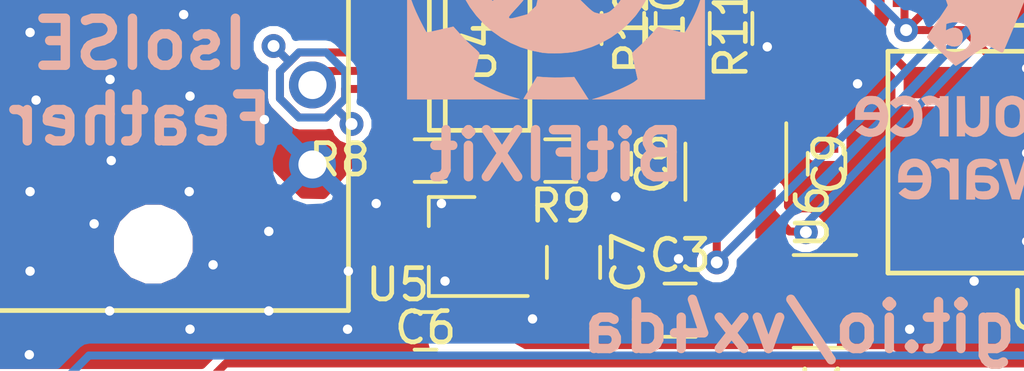
<source format=kicad_pcb>
(kicad_pcb (version 4) (host pcbnew 4.0.7+dfsg1-1~bpo8+1)
  (title_block (title "Isolon Reworked") (date 2018-03-04) (rev 0.3) (company BITFixIT))
  (layers (0 F.Cu signal hide) (31 B.Cu signal hide) (34 B.Paste user) (35 F.Paste user) (36 B.SilkS user) (37 F.SilkS user hide) (38 B.Mask user) (39 F.Mask user hide) (44 Edge.Cuts user))
  (net 0 "")
  (net 1 GND)
  (net 2 VCC)
  (net 3 Earth)
  (net 4 VDD)
  (net 5 VEE)
  (net 6 "Net-(C5-Pad1)")
  (net 7 "Net-(C5-Pad2)")
  (net 8 "Net-(C7-Pad1)")
  (net 9 "Net-(C8-Pad2)")
  (net 10 "Net-(L1-Pad1)")
  (net 11 "Net-(L2-Pad1)")
  (net 12 /SCL)
  (net 13 /SDA)
  (net 14 "Net-(J2-Pad1)")
  (net 15 "Net-(R5-Pad2)")
  (net 16 "Net-(R6-Pad2)")
  (net 17 "Net-(R10-Pad2)")
  (net 18 "Net-(R9-Pad1)")
  (net 19 "Net-(R10-Pad1)")
  (net 20 /21)
  (net 21 /~RESET)
  (net 22 /AREF)
  (net 23 /12)
  (net 24 /VBAT)
  (net 25 /EN)
  (net 26 /VUSB)
  (net 27 /13)
  (net 28 /27)
  (net 29 /33)
  (net 30 /15)
  (net 31 /32)
  (net 32 /14)
  (net 33 /A0)
  (net 34 /A1)
  (net 35 /A2)
  (net 36 /A3)
  (net 37 /A4)
  (net 38 /A5)
  (net 39 /SCK)
  (net 40 /MOSI)
  (net 41 /MISO)
  (net 42 /RX)
  (net 43 /TX)
  (module Symbols:Symbol_KiCAD-Logo_CopperAndSilkScreenTop (layer B.Cu) (at 127.1778 105.4989 90)
    (fp_text reference REF*** hide)
    (fp_text value KiCad-Logo2_6mm_SilkScreen hide)
  )
  (module kicad-library:Via_0.6mm (layer F.Cu) (at 133.0833 109.9185)
    (fp_text reference REF** hide)
    (fp_text value Via_0.6mm hide)
    (pad 1 thru_hole circle (at 0 0) (size 0.6 0.6) (drill 0.3) (layers *.Cu) (net 3 Earth))
  )
  (module kicad-library:Via_0.6mm (layer F.Cu) (at 136.1186 108.8898)
    (fp_text reference REF** hide)
    (fp_text value Via_0.6mm hide)
    (pad 1 thru_hole circle (at 0 0) (size 0.6 0.6) (drill 0.3) (layers *.Cu) (net 3 Earth))
  )
  (module kicad-library:Via_0.6mm (layer F.Cu) (at 138.6586 110.1598)
    (fp_text reference REF** hide)
    (fp_text value Via_0.6mm hide)
    (pad 1 thru_hole circle (at 0 0) (size 0.6 0.6) (drill 0.3) (layers *.Cu) (net 3 Earth))
  )
  (module wq-boardv2:bitfixitlogoflipped (layer F.Cu) (at 147.828 101.1936)
    (fp_text reference G*** hide)
    (fp_text value LOGO hide)
  )
  (module kicad-library:Via_0.6mm (layer F.Cu) (at 147.0787 112.9538)
    (fp_text reference REF** hide)
    (fp_text value Via_0.6mm hide)
    (pad 1 thru_hole circle (at 0 0) (size 0.6 0.6) (drill 0.3) (layers *.Cu) (net 3 Earth))
  )
  (module kicad-library:Via_0.6mm (layer F.Cu) (at 149.733 109.0549)
    (fp_text reference REF** hide)
    (fp_text value Via_0.6mm hide)
    (pad 1 thru_hole circle (at 0 0) (size 0.6 0.6) (drill 0.3) (layers *.Cu) (net 3 Earth))
  )
  (module kicad-library:Via_0.6mm (layer F.Cu) (at 160.8455 96.8248)
    (fp_text reference REF** hide)
    (fp_text value Via_0.6mm hide)
    (pad 1 thru_hole circle (at 0 0) (size 0.6 0.6) (drill 0.3) (layers *.Cu) (net 3 Earth))
  )
  (module kicad-library:Via_0.6mm (layer F.Cu) (at 163.4363 98.7044)
    (fp_text reference REF** hide)
    (fp_text value Via_0.6mm hide)
    (pad 1 thru_hole circle (at 0 0) (size 0.6 0.6) (drill 0.3) (layers *.Cu) (net 3 Earth))
  )
  (module kicad-library:Via_0.6mm (layer F.Cu) (at 162.8521 104.9528)
    (fp_text reference REF** hide)
    (fp_text value Via_0.6mm hide)
    (pad 1 thru_hole circle (at 0 0) (size 0.6 0.6) (drill 0.3) (layers *.Cu) (net 3 Earth))
  )
  (module kicad-library:Via_0.6mm (layer F.Cu) (at 162.8521 107.6579)
    (fp_text reference REF** hide)
    (fp_text value Via_0.6mm hide)
    (pad 1 thru_hole circle (at 0 0) (size 0.6 0.6) (drill 0.3) (layers *.Cu) (net 3 Earth))
  )
  (module kicad-library:Via_0.6mm (layer F.Cu) (at 162.8521 110.4773)
    (fp_text reference REF** hide)
    (fp_text value Via_0.6mm hide)
    (pad 1 thru_hole circle (at 0 0) (size 0.6 0.6) (drill 0.3) (layers *.Cu) (net 3 Earth))
  )
  (module kicad-library:Via_0.6mm (layer F.Cu) (at 163.3982 113.2586)
    (fp_text reference REF** hide)
    (fp_text value Via_0.6mm hide)
    (pad 1 thru_hole circle (at 0 0) (size 0.6 0.6) (drill 0.3) (layers *.Cu) (net 3 Earth))
  )
  (module kicad-library:Via_0.6mm (layer F.Cu) (at 161.1757 111.7473)
    (fp_text reference REF** hide)
    (fp_text value Via_0.6mm hide)
    (pad 1 thru_hole circle (at 0 0) (size 0.6 0.6) (drill 0.3) (layers *.Cu) (net 3 Earth))
  )
  (module kicad-library:Via_0.6mm (layer F.Cu) (at 159.1183 113.284)
    (fp_text reference REF** hide)
    (fp_text value Via_0.6mm hide)
    (pad 1 thru_hole circle (at 0 0) (size 0.6 0.6) (drill 0.3) (layers *.Cu) (net 3 Earth))
  )
  (module kicad-library:Via_0.6mm (layer F.Cu) (at 157.4546 105.4481)
    (fp_text reference REF** hide)
    (fp_text value Via_0.6mm hide)
    (pad 1 thru_hole circle (at 0 0) (size 0.6 0.6) (drill 0.3) (layers *.Cu) (net 3 Earth))
  )
  (module kicad-library:Via_0.6mm (layer F.Cu) (at 154.5717 104.267)
    (fp_text reference REF** hide)
    (fp_text value Via_0.6mm hide)
    (pad 1 thru_hole circle (at 0 0) (size 0.6 0.6) (drill 0.3) (layers *.Cu) (net 3 Earth))
  )
  (module kicad-library:Via_0.6mm (layer F.Cu) (at 151.7396 111.0361)
    (fp_text reference REF** hide)
    (fp_text value Via_0.6mm hide)
    (pad 1 thru_hole circle (at 0 0) (size 0.6 0.6) (drill 0.3) (layers *.Cu) (net 3 Earth))
  )
  (module kicad-library:Via_0.6mm (layer F.Cu) (at 144.2847 111.7473)
    (fp_text reference REF** hide)
    (fp_text value Via_0.6mm hide)
    (pad 1 thru_hole circle (at 0 0) (size 0.6 0.6) (drill 0.3) (layers *.Cu) (net 3 Earth))
  )
  (module kicad-library:Via_0.6mm (layer F.Cu) (at 144.1704 109.2708)
    (fp_text reference REF** hide)
    (fp_text value Via_0.6mm hide)
    (pad 1 thru_hole circle (at 0 0) (size 0.6 0.6) (drill 0.3) (layers *.Cu) (net 3 Earth))
  )
  (module kicad-library:Via_0.6mm (layer F.Cu) (at 142.0876 109.2708)
    (fp_text reference REF** hide)
    (fp_text value Via_0.6mm hide)
    (pad 1 thru_hole circle (at 0 0) (size 0.6 0.6) (drill 0.3) (layers *.Cu) (net 3 Earth))
  )
  (module kicad-library:Via_0.6mm (layer F.Cu) (at 141.1732 113.284)
    (fp_text reference REF** hide)
    (fp_text value Via_0.6mm hide)
    (pad 1 thru_hole circle (at 0 0) (size 0.6 0.6) (drill 0.3) (layers *.Cu) (net 3 Earth))
  )
  (module kicad-library:Via_0.6mm (layer F.Cu) (at 138.6586 112.6998)
    (fp_text reference REF** hide)
    (fp_text value Via_0.6mm hide)
    (pad 1 thru_hole circle (at 0 0) (size 0.6 0.6) (drill 0.3) (layers *.Cu) (net 3 Earth))
  )
  (module kicad-library:Via_0.6mm (layer F.Cu) (at 136.144 113.284)
    (fp_text reference REF** hide)
    (fp_text value Via_0.6mm hide)
    (pad 1 thru_hole circle (at 0 0) (size 0.6 0.6) (drill 0.3) (layers *.Cu) (net 3 Earth))
  )
  (module kicad-library:Via_0.6mm (layer F.Cu) (at 133.5786 112.6998)
    (fp_text reference REF** hide)
    (fp_text value Via_0.6mm hide)
    (pad 1 thru_hole circle (at 0 0) (size 0.6 0.6) (drill 0.3) (layers *.Cu) (net 3 Earth))
  )
  (module kicad-library:Via_0.6mm (layer F.Cu) (at 131.0132 114.0968)
    (fp_text reference REF** hide)
    (fp_text value Via_0.6mm hide)
    (pad 1 thru_hole circle (at 0 0) (size 0.6 0.6) (drill 0.3) (layers *.Cu) (net 3 Earth))
  )
  (module kicad-library:Via_0.6mm (layer F.Cu) (at 127.5588 114.0968)
    (fp_text reference REF** hide)
    (fp_text value Via_0.6mm hide)
    (pad 1 thru_hole circle (at 0 0) (size 0.6 0.6) (drill 0.3) (layers *.Cu) (net 3 Earth))
  )
  (module kicad-library:Via_0.6mm (layer F.Cu) (at 141.1986 111.4298)
    (fp_text reference REF** hide)
    (fp_text value Via_0.6mm hide)
    (pad 1 thru_hole circle (at 0 0) (size 0.6 0.6) (drill 0.3) (layers *.Cu) (net 3 Earth))
  )
  (module kicad-library:Via_0.6mm (layer F.Cu) (at 136.8806 111.2266)
    (fp_text reference REF** hide)
    (fp_text value Via_0.6mm hide)
    (pad 1 thru_hole circle (at 0 0) (size 0.6 0.6) (drill 0.3) (layers *.Cu) (net 3 Earth))
  )
  (module kicad-library:Via_0.6mm (layer F.Cu) (at 131.0386 111.4298)
    (fp_text reference REF** hide)
    (fp_text value Via_0.6mm hide)
    (pad 1 thru_hole circle (at 0 0) (size 0.6 0.6) (drill 0.3) (layers *.Cu) (net 3 Earth))
  )
  (module kicad-library:Via_0.6mm (layer F.Cu) (at 128.4986 110.1598)
    (fp_text reference REF** hide)
    (fp_text value Via_0.6mm hide)
    (pad 1 thru_hole circle (at 0 0) (size 0.6 0.6) (drill 0.3) (layers *.Cu) (net 3 Earth))
  )
  (module kicad-library:Via_0.6mm (layer F.Cu) (at 125.9586 111.4298)
    (fp_text reference REF** hide)
    (fp_text value Via_0.6mm hide)
    (pad 1 thru_hole circle (at 0 0) (size 0.6 0.6) (drill 0.3) (layers *.Cu) (net 3 Earth))
  )
  (module kicad-library:Via_0.6mm (layer F.Cu) (at 123.4186 110.1598)
    (fp_text reference REF** hide)
    (fp_text value Via_0.6mm hide)
    (pad 1 thru_hole circle (at 0 0) (size 0.6 0.6) (drill 0.3) (layers *.Cu) (net 3 Earth))
  )
  (module kicad-library:Via_0.6mm (layer F.Cu) (at 138.5189 106.5911)
    (fp_text reference REF** hide)
    (fp_text value Via_0.6mm hide)
    (pad 1 thru_hole circle (at 0 0) (size 0.6 0.6) (drill 0.3) (layers *.Cu) (net 3 Earth))
  )
  (module kicad-library:Via_0.6mm (layer F.Cu) (at 133.6294 107.8992)
    (fp_text reference REF** hide)
    (fp_text value Via_0.6mm hide)
    (pad 1 thru_hole circle (at 0 0) (size 0.6 0.6) (drill 0.3) (layers *.Cu) (net 3 Earth))
  )
  (module kicad-library:Via_0.6mm (layer F.Cu) (at 131.0386 108.8898)
    (fp_text reference REF** hide)
    (fp_text value Via_0.6mm hide)
    (pad 1 thru_hole circle (at 0 0) (size 0.6 0.6) (drill 0.3) (layers *.Cu) (net 3 Earth))
  )
  (module kicad-library:Via_0.6mm (layer F.Cu) (at 128.4986 107.6198)
    (fp_text reference REF** hide)
    (fp_text value Via_0.6mm hide)
    (pad 1 thru_hole circle (at 0 0) (size 0.6 0.6) (drill 0.3) (layers *.Cu) (net 3 Earth))
  )
  (module kicad-library:Via_0.6mm (layer F.Cu) (at 125.9586 108.8898)
    (fp_text reference REF** hide)
    (fp_text value Via_0.6mm hide)
    (pad 1 thru_hole circle (at 0 0) (size 0.6 0.6) (drill 0.3) (layers *.Cu) (net 3 Earth))
  )
  (module kicad-library:Via_0.6mm (layer F.Cu) (at 123.4186 107.6198)
    (fp_text reference REF** hide)
    (fp_text value Via_0.6mm hide)
    (pad 1 thru_hole circle (at 0 0) (size 0.6 0.6) (drill 0.3) (layers *.Cu) (net 3 Earth))
  )
  (module kicad-library:Via_0.6mm (layer F.Cu) (at 136.144 105.8418)
    (fp_text reference REF** hide)
    (fp_text value Via_0.6mm hide)
    (pad 1 thru_hole circle (at 0 0) (size 0.6 0.6) (drill 0.3) (layers *.Cu) (net 3 Earth))
  )
  (module kicad-library:Via_0.6mm (layer F.Cu) (at 133.5913 105.3084)
    (fp_text reference REF** hide)
    (fp_text value Via_0.6mm hide)
    (pad 1 thru_hole circle (at 0 0) (size 0.6 0.6) (drill 0.3) (layers *.Cu) (net 3 Earth))
  )
  (module kicad-library:Via_0.6mm (layer F.Cu) (at 131.2291 105.9688)
    (fp_text reference REF** hide)
    (fp_text value Via_0.6mm hide)
    (pad 1 thru_hole circle (at 0 0) (size 0.6 0.6) (drill 0.3) (layers *.Cu) (net 3 Earth))
  )
  (module kicad-library:Via_0.6mm (layer F.Cu) (at 128.4986 105.0798)
    (fp_text reference REF** hide)
    (fp_text value Via_0.6mm hide)
    (pad 1 thru_hole circle (at 0 0) (size 0.6 0.6) (drill 0.3) (layers *.Cu) (net 3 Earth))
  )
  (module kicad-library:Via_0.6mm (layer F.Cu) (at 125.9586 106.3498)
    (fp_text reference REF** hide)
    (fp_text value Via_0.6mm hide)
    (pad 1 thru_hole circle (at 0 0) (size 0.6 0.6) (drill 0.3) (layers *.Cu) (net 3 Earth))
  )
  (module kicad-library:Via_0.6mm (layer F.Cu) (at 123.4186 105.0798)
    (fp_text reference REF** hide)
    (fp_text value Via_0.6mm hide)
    (pad 1 thru_hole circle (at 0 0) (size 0.6 0.6) (drill 0.3) (layers *.Cu) (net 3 Earth))
  )
  (module kicad-library:Via_0.6mm (layer F.Cu) (at 138.2522 101.8794)
    (fp_text reference REF** hide)
    (fp_text value Via_0.6mm hide)
    (pad 1 thru_hole circle (at 0 0) (size 0.6 0.6) (drill 0.3) (layers *.Cu) (net 3 Earth))
  )
  (module kicad-library:Via_0.6mm (layer F.Cu) (at 135.9408 103.2383)
    (fp_text reference REF** hide)
    (fp_text value Via_0.6mm hide)
    (pad 1 thru_hole circle (at 0 0) (size 0.6 0.6) (drill 0.3) (layers *.Cu) (net 3 Earth))
  )
  (module kicad-library:Via_0.6mm (layer F.Cu) (at 133.5786 102.5398)
    (fp_text reference REF** hide)
    (fp_text value Via_0.6mm hide)
    (pad 1 thru_hole circle (at 0 0) (size 0.6 0.6) (drill 0.3) (layers *.Cu) (net 3 Earth))
  )
  (module kicad-library:Via_0.6mm (layer F.Cu) (at 131.0386 103.8098)
    (fp_text reference REF** hide)
    (fp_text value Via_0.6mm hide)
    (pad 1 thru_hole circle (at 0 0) (size 0.6 0.6) (drill 0.3) (layers *.Cu) (net 3 Earth))
  )
  (module kicad-library:Via_0.6mm (layer F.Cu) (at 128.4986 102.5398)
    (fp_text reference REF** hide)
    (fp_text value Via_0.6mm hide)
    (pad 1 thru_hole circle (at 0 0) (size 0.6 0.6) (drill 0.3) (layers *.Cu) (net 3 Earth))
  )
  (module kicad-library:Via_0.6mm (layer F.Cu) (at 125.9586 103.8098)
    (fp_text reference REF** hide)
    (fp_text value Via_0.6mm hide)
    (pad 1 thru_hole circle (at 0 0) (size 0.6 0.6) (drill 0.3) (layers *.Cu) (net 3 Earth))
  )
  (module kicad-library:Via_0.6mm (layer F.Cu) (at 123.4186 102.5398)
    (fp_text reference REF** hide)
    (fp_text value Via_0.6mm hide)
    (pad 1 thru_hole circle (at 0 0) (size 0.6 0.6) (drill 0.3) (layers *.Cu) (net 3 Earth))
  )
  (module kicad-library:Via_0.6mm (layer F.Cu) (at 142.1892 101.473)
    (fp_text reference REF** hide)
    (fp_text value Via_0.6mm hide)
    (pad 1 thru_hole circle (at 0 0) (size 0.6 0.6) (drill 0.3) (layers *.Cu) (net 3 Earth))
  )
  (module kicad-library:Via_0.6mm (layer F.Cu) (at 138.6586 99.9998)
    (fp_text reference REF** hide)
    (fp_text value Via_0.6mm hide)
    (pad 1 thru_hole circle (at 0 0) (size 0.6 0.6) (drill 0.3) (layers *.Cu) (net 3 Earth))
  )
  (module kicad-library:Via_0.6mm (layer F.Cu) (at 136.5377 101.5619)
    (fp_text reference REF** hide)
    (fp_text value Via_0.6mm hide)
    (pad 1 thru_hole circle (at 0 0) (size 0.6 0.6) (drill 0.3) (layers *.Cu) (net 3 Earth))
  )
  (module kicad-library:Via_0.6mm (layer F.Cu) (at 133.0198 99.7204)
    (fp_text reference REF** hide)
    (fp_text value Via_0.6mm hide)
    (pad 1 thru_hole circle (at 0 0) (size 0.6 0.6) (drill 0.3) (layers *.Cu) (net 3 Earth))
  )
  (module kicad-library:Via_0.6mm (layer F.Cu) (at 131.0386 101.2698)
    (fp_text reference REF** hide)
    (fp_text value Via_0.6mm hide)
    (pad 1 thru_hole circle (at 0 0) (size 0.6 0.6) (drill 0.3) (layers *.Cu) (net 3 Earth))
  )
  (module kicad-library:Via_0.6mm (layer F.Cu) (at 128.4986 99.9998)
    (fp_text reference REF** hide)
    (fp_text value Via_0.6mm hide)
    (pad 1 thru_hole circle (at 0 0) (size 0.6 0.6) (drill 0.3) (layers *.Cu) (net 3 Earth))
  )
  (module kicad-library:Via_0.6mm (layer F.Cu) (at 125.9586 101.2698)
    (fp_text reference REF** hide)
    (fp_text value Via_0.6mm hide)
    (pad 1 thru_hole circle (at 0 0) (size 0.6 0.6) (drill 0.3) (layers *.Cu) (net 3 Earth))
  )
  (module kicad-library:Via_0.6mm (layer F.Cu) (at 123.4186 99.9998)
    (fp_text reference REF** hide)
    (fp_text value Via_0.6mm hide)
    (pad 1 thru_hole circle (at 0 0) (size 0.6 0.6) (drill 0.3) (layers *.Cu) (net 3 Earth))
  )
  (module kicad-library:Via_0.6mm (layer F.Cu) (at 141.1986 98.7298)
    (fp_text reference REF** hide)
    (fp_text value Via_0.6mm hide)
    (pad 1 thru_hole circle (at 0 0) (size 0.6 0.6) (drill 0.3) (layers *.Cu) (net 3 Earth))
  )
  (module kicad-library:Via_0.6mm (layer F.Cu) (at 138.6586 97.4598)
    (fp_text reference REF** hide)
    (fp_text value Via_0.6mm hide)
    (pad 1 thru_hole circle (at 0 0) (size 0.6 0.6) (drill 0.3) (layers *.Cu) (net 3 Earth))
  )
  (module kicad-library:Via_0.6mm (layer F.Cu) (at 136.1186 98.7298)
    (fp_text reference REF** hide)
    (fp_text value Via_0.6mm hide)
    (pad 1 thru_hole circle (at 0 0) (size 0.6 0.6) (drill 0.3) (layers *.Cu) (net 3 Earth))
  )
  (module kicad-library:Via_0.6mm (layer F.Cu) (at 133.5786 97.4598)
    (fp_text reference REF** hide)
    (fp_text value Via_0.6mm hide)
    (pad 1 thru_hole circle (at 0 0) (size 0.6 0.6) (drill 0.3) (layers *.Cu) (net 3 Earth))
  )
  (module kicad-library:Via_0.6mm (layer F.Cu) (at 131.0386 98.7298)
    (fp_text reference REF** hide)
    (fp_text value Via_0.6mm hide)
    (pad 1 thru_hole circle (at 0 0) (size 0.6 0.6) (drill 0.3) (layers *.Cu) (net 3 Earth))
  )
  (module kicad-library:Via_0.6mm (layer F.Cu) (at 128.4986 97.4598)
    (fp_text reference REF** hide)
    (fp_text value Via_0.6mm hide)
    (pad 1 thru_hole circle (at 0 0) (size 0.6 0.6) (drill 0.3) (layers *.Cu) (net 3 Earth))
  )
  (module kicad-library:Via_0.6mm (layer F.Cu) (at 125.9586 99.0727)
    (fp_text reference REF** hide)
    (fp_text value Via_0.6mm hide)
    (pad 1 thru_hole circle (at 0 0) (size 0.6 0.6) (drill 0.3) (layers *.Cu) (net 3 Earth))
  )
  (module kicad-library:Via_0.6mm (layer F.Cu) (at 142.9766 96.8248)
    (fp_text reference REF** hide)
    (fp_text value Via_0.6mm hide)
    (pad 1 thru_hole circle (at 0 0) (size 0.6 0.6) (drill 0.3) (layers *.Cu) (net 3 Earth))
  )
  (module kicad-library:Via_0.6mm (layer F.Cu) (at 136.1186 96.1898)
    (fp_text reference REF** hide)
    (fp_text value Via_0.6mm hide)
    (pad 1 thru_hole circle (at 0 0) (size 0.6 0.6) (drill 0.3) (layers *.Cu) (net 3 Earth))
  )
  (module kicad-library:Via_0.6mm (layer F.Cu) (at 133.5786 94.9198)
    (fp_text reference REF** hide)
    (fp_text value Via_0.6mm hide)
    (pad 1 thru_hole circle (at 0 0) (size 0.6 0.6) (drill 0.3) (layers *.Cu) (net 3 Earth))
  )
  (module kicad-library:Via_0.6mm (layer F.Cu) (at 130.9751 96.6724)
    (fp_text reference REF** hide)
    (fp_text value Via_0.6mm hide)
    (pad 1 thru_hole circle (at 0 0) (size 0.6 0.6) (drill 0.3) (layers *.Cu) (net 3 Earth))
  )
  (module kicad-library:Via_0.6mm (layer F.Cu) (at 128.4986 94.9198)
    (fp_text reference REF** hide)
    (fp_text value Via_0.6mm hide)
    (pad 1 thru_hole circle (at 0 0) (size 0.6 0.6) (drill 0.3) (layers *.Cu) (net 3 Earth))
  )
  (module kicad-library:Via_0.6mm (layer F.Cu) (at 172.4406 111.8616)
    (fp_text reference REF** hide)
    (fp_text value Via_0.6mm hide)
    (pad 1 thru_hole circle (at 0 0) (size 0.6 0.6) (drill 0.3) (layers *.Cu) (net 1 GND))
  )
  (module kicad-library:Via_0.6mm (layer F.Cu) (at 172.4533 109.5629)
    (fp_text reference REF** hide)
    (fp_text value Via_0.6mm hide)
    (pad 1 thru_hole circle (at 0 0) (size 0.6 0.6) (drill 0.3) (layers *.Cu) (net 1 GND))
  )
  (module kicad-library:Via_0.6mm (layer F.Cu) (at 172.4406 107.0229)
    (fp_text reference REF** hide)
    (fp_text value Via_0.6mm hide)
    (pad 1 thru_hole circle (at 0 0) (size 0.6 0.6) (drill 0.3) (layers *.Cu) (net 1 GND))
  )
  (module kicad-library:Via_0.6mm (layer F.Cu) (at 172.4406 104.1781)
    (fp_text reference REF** hide)
    (fp_text value Via_0.6mm hide)
    (pad 1 thru_hole circle (at 0 0) (size 0.6 0.6) (drill 0.3) (layers *.Cu) (net 1 GND))
  )
  (module kicad-library:Via_0.6mm (layer F.Cu) (at 166.9796 114.0968)
    (fp_text reference REF** hide)
    (fp_text value Via_0.6mm hide)
    (pad 1 thru_hole circle (at 0 0) (size 0.6 0.6) (drill 0.3) (layers *.Cu) (net 1 GND))
  )
  (module kicad-library:Via_0.6mm (layer F.Cu) (at 164.7571 113.2205)
    (fp_text reference REF** hide)
    (fp_text value Via_0.6mm hide)
    (pad 1 thru_hole circle (at 0 0) (size 0.6 0.6) (drill 0.3) (layers *.Cu) (net 1 GND))
  )
  (module kicad-library:Via_0.6mm (layer F.Cu) (at 169.0878 111.887)
    (fp_text reference REF** hide)
    (fp_text value Via_0.6mm hide)
    (pad 1 thru_hole circle (at 0 0) (size 0.6 0.6) (drill 0.3) (layers *.Cu) (net 1 GND))
  )
  (module kicad-library:Via_0.6mm (layer F.Cu) (at 164.6936 110.5027)
    (fp_text reference REF** hide)
    (fp_text value Via_0.6mm hide)
    (pad 1 thru_hole circle (at 0 0) (size 0.6 0.6) (drill 0.3) (layers *.Cu) (net 1 GND))
  )
  (module kicad-library:Via_0.6mm (layer F.Cu) (at 167.4114 109.2708)
    (fp_text reference REF** hide)
    (fp_text value Via_0.6mm hide)
    (pad 1 thru_hole circle (at 0 0) (size 0.6 0.6) (drill 0.3) (layers *.Cu) (net 1 GND))
  )
  (module kicad-library:Via_0.6mm (layer F.Cu) (at 164.6682 107.6198)
    (fp_text reference REF** hide)
    (fp_text value Via_0.6mm hide)
    (pad 1 thru_hole circle (at 0 0) (size 0.6 0.6) (drill 0.3) (layers *.Cu) (net 1 GND))
  )
  (module kicad-library:Via_0.6mm (layer F.Cu) (at 167.767 106.5276)
    (fp_text reference REF** hide)
    (fp_text value Via_0.6mm hide)
    (pad 1 thru_hole circle (at 0 0) (size 0.6 0.6) (drill 0.3) (layers *.Cu) (net 1 GND))
  )
  (module kicad-library:Via_0.6mm (layer F.Cu) (at 164.6682 105.0798)
    (fp_text reference REF** hide)
    (fp_text value Via_0.6mm hide)
    (pad 1 thru_hole circle (at 0 0) (size 0.6 0.6) (drill 0.3) (layers *.Cu) (net 1 GND))
  )
  (module kicad-library:Via_0.6mm (layer F.Cu) (at 167.8432 103.8606)
    (fp_text reference REF** hide)
    (fp_text value Via_0.6mm hide)
    (pad 1 thru_hole circle (at 0 0) (size 0.6 0.6) (drill 0.3) (layers *.Cu) (net 1 GND))
  )
  (module kicad-library:Via_0.6mm (layer F.Cu) (at 164.6682 102.5398)
    (fp_text reference REF** hide)
    (fp_text value Via_0.6mm hide)
    (pad 1 thru_hole circle (at 0 0) (size 0.6 0.6) (drill 0.3) (layers *.Cu) (net 1 GND))
  )
  (module SMD_Packages:SOIC-8-N (layer F.Cu) (at 163.83 101.0412 90)
    (fp_text reference U2 (at 0 -1.27 90) (layer F.SilkS))
    (fp_text value ADUM1250ARZ)
    (pad 8 smd rect (at -1.905 -3.175 90) (size 0.508 1.143) (layers F.Cu F.Paste F.Mask) (net 4 VDD))
    (pad 7 smd rect (at -0.635 -3.175 90) (size 0.508 1.143) (layers F.Cu F.Paste F.Mask) (net 16 "Net-(R6-Pad2)"))
    (pad 6 smd rect (at 0.635 -3.175 90) (size 0.508 1.143) (layers F.Cu F.Paste F.Mask) (net 15 "Net-(R5-Pad2)"))
    (pad 5 smd rect (at 1.905 -3.175 90) (size 0.508 1.143) (layers F.Cu F.Paste F.Mask) (net 3 Earth))
    (pad 4 smd rect (at 1.905 3.175 90) (size 0.508 1.143) (layers F.Cu F.Paste F.Mask) (net 1 GND))
    (pad 3 smd rect (at 0.635 3.175 90) (size 0.508 1.143) (layers F.Cu F.Paste F.Mask) (net 12 /SCL))
    (pad 2 smd rect (at -0.635 3.175 90) (size 0.508 1.143) (layers F.Cu F.Paste F.Mask) (net 13 /SDA))
    (pad 1 smd rect (at -1.905 3.175 90) (size 0.508 1.143) (layers F.Cu F.Paste F.Mask) (net 2 VCC))
  )
  (module Resistors_SMD:R_0603_HandSoldering (layer F.Cu) (at 166.4208 97.5868 180)
    (fp_text reference R1 (at -0.1016 0 180) (layer F.SilkS))
    (fp_text value 3K)
    (pad 1 smd rect (at -1.1 0 180) (size 1.2 0.9) (layers F.Cu F.Paste F.Mask) (net 2 VCC))
    (pad 2 smd rect (at 1.1 0 180) (size 1.2 0.9) (layers F.Cu F.Paste F.Mask) (net 12 /SCL))
  )
  (module Capacitors_SMD:C_0805_HandSoldering (layer F.Cu) (at 151.7904 112.6744)
    (fp_text reference C3 (at 0 -1.75) (layer F.SilkS))
    (fp_text value 10uF)
    (pad 1 smd rect (at -1.25 0) (size 1.5 1.25) (layers F.Cu F.Paste F.Mask) (net 3 Earth))
    (pad 2 smd rect (at 1.25 0) (size 1.5 1.25) (layers F.Cu F.Paste F.Mask) (net 4 VDD))
  )
  (module Capacitors_SMD:C_0805_HandSoldering (layer F.Cu) (at 156.5148 98.3996 180)
    (fp_text reference C4 (at 0.1016 0 180) (layer F.SilkS))
    (fp_text value 10uF)
    (pad 1 smd rect (at -1.25 0 180) (size 1.5 1.25) (layers F.Cu F.Paste F.Mask) (net 5 VEE))
    (pad 2 smd rect (at 1.25 0 180) (size 1.5 1.25) (layers F.Cu F.Paste F.Mask) (net 3 Earth))
  )
  (module Capacitors_SMD:C_0805_HandSoldering (layer F.Cu) (at 148.3868 111.1504 270)
    (fp_text reference C7 (at 0 -1.75 270) (layer F.SilkS))
    (fp_text value 10uF)
    (pad 1 smd rect (at -1.25 0 270) (size 1.5 1.25) (layers F.Cu F.Paste F.Mask) (net 8 "Net-(C7-Pad1)"))
    (pad 2 smd rect (at 1.25 0 270) (size 1.5 1.25) (layers F.Cu F.Paste F.Mask) (net 3 Earth))
  )
  (module Resistors_SMD:R_0603_HandSoldering (layer F.Cu) (at 170.0784 101.1428 90)
    (fp_text reference R2 (at 0.0508 -0.0508 90) (layer F.SilkS))
    (fp_text value 3K)
    (pad 1 smd rect (at -1.1 0 90) (size 1.2 0.9) (layers F.Cu F.Paste F.Mask) (net 2 VCC))
    (pad 2 smd rect (at 1.1 0 90) (size 1.2 0.9) (layers F.Cu F.Paste F.Mask) (net 13 /SDA))
  )
  (module Resistors_SMD:R_0603_HandSoldering (layer F.Cu) (at 171.704 101.1428 270)
    (fp_text reference R4 (at -0.0508 0.0635 270) (layer F.SilkS))
    (fp_text value 4.7K)
    (pad 1 smd rect (at -1.1 0 270) (size 1.2 0.9) (layers F.Cu F.Paste F.Mask) (net 2 VCC))
    (pad 2 smd rect (at 1.1 0 270) (size 1.2 0.9) (layers F.Cu F.Paste F.Mask) (net 20 /21))
  )
  (module Resistors_SMD:R_0603_HandSoldering (layer F.Cu) (at 151.2316 97.4852)
    (fp_text reference R5 (at -0.7 1.52) (layer F.SilkS))
    (fp_text value 4.7K)
    (pad 1 smd rect (at -1.1 0) (size 1.2 0.9) (layers F.Cu F.Paste F.Mask) (net 4 VDD))
    (pad 2 smd rect (at 1.1 0) (size 1.2 0.9) (layers F.Cu F.Paste F.Mask) (net 15 "Net-(R5-Pad2)"))
  )
  (module Resistors_SMD:R_0603_HandSoldering (layer F.Cu) (at 146.8628 97.4852 180)
    (fp_text reference R6 (at -2.8956 -0.0762 180) (layer F.SilkS))
    (fp_text value 4.7K)
    (pad 1 smd rect (at -1.1 0 180) (size 1.2 0.9) (layers F.Cu F.Paste F.Mask) (net 4 VDD))
    (pad 2 smd rect (at 1.1 0 180) (size 1.2 0.9) (layers F.Cu F.Paste F.Mask) (net 16 "Net-(R6-Pad2)"))
  )
  (module Resistors_SMD:R_0603_HandSoldering (layer F.Cu) (at 144.4244 99.2632 180)
    (fp_text reference R7 (at 0 -1.45 180) (layer F.SilkS))
    (fp_text value 10K)
    (pad 1 smd rect (at -1.1 0 180) (size 1.2 0.9) (layers F.Cu F.Paste F.Mask) (net 7 "Net-(C5-Pad2)"))
    (pad 2 smd rect (at 1.1 0 180) (size 1.2 0.9) (layers F.Cu F.Paste F.Mask) (net 3 Earth))
  )
  (module Resistors_SMD:R_0603_HandSoldering (layer F.Cu) (at 143.8148 107.8992 180)
    (fp_text reference R8 (at 2.8956 0.0254 180) (layer F.SilkS))
    (fp_text value 100K)
    (pad 1 smd rect (at -1.1 0 180) (size 1.2 0.9) (layers F.Cu F.Paste F.Mask) (net 17 "Net-(R10-Pad2)"))
    (pad 2 smd rect (at 1.1 0 180) (size 1.2 0.9) (layers F.Cu F.Paste F.Mask) (net 6 "Net-(C5-Pad1)"))
  )
  (module TO_SOT_Packages_SMD:SOT-363_SC-70-6_Handsoldering (layer F.Cu) (at 149.1996 100.0252 180)
    (fp_text reference U3 (at 0 -2 180) (layer F.SilkS))
    (fp_text value MCP4017)
    (pad 1 smd rect (at -1.33 -0.65 180) (size 1.5 0.4) (layers F.Cu F.Paste F.Mask) (net 4 VDD))
    (pad 2 smd rect (at -1.33 0 180) (size 1.5 0.4) (layers F.Cu F.Paste F.Mask) (net 3 Earth))
    (pad 3 smd rect (at -1.33 0.65 180) (size 1.5 0.4) (layers F.Cu F.Paste F.Mask) (net 15 "Net-(R5-Pad2)"))
    (pad 4 smd rect (at 1.33 0.65 180) (size 1.5 0.4) (layers F.Cu F.Paste F.Mask) (net 16 "Net-(R6-Pad2)"))
    (pad 5 smd rect (at 1.33 0 180) (size 1.5 0.4) (layers F.Cu F.Paste F.Mask) (net 6 "Net-(C5-Pad1)"))
    (pad 6 smd rect (at 1.33 -0.65 180) (size 1.5 0.4) (layers F.Cu F.Paste F.Mask) (net 7 "Net-(C5-Pad2)"))
  )
  (module TO_SOT_Packages_SMD:SOT-23_Handsoldering (layer F.Cu) (at 144.526 110.6424 180)
    (fp_text reference U5 (at 1.7526 -1.2192 180) (layer F.SilkS))
    (fp_text value REF3130)
    (pad 1 smd rect (at -1.5 -0.95 180) (size 1.9 0.8) (layers F.Cu F.Paste F.Mask) (net 3 Earth))
    (pad 2 smd rect (at -1.5 0.95 180) (size 1.9 0.8) (layers F.Cu F.Paste F.Mask) (net 8 "Net-(C7-Pad1)"))
    (pad 3 smd rect (at 1.5 0 180) (size 1.9 0.8) (layers F.Cu F.Paste F.Mask) (net 4 VDD))
  )
  (module TO_SOT_Packages_SMD:SOT-23-5_HandSoldering (layer F.Cu) (at 153.5684 108.2548 270)
    (fp_text reference U6 (at 1.4478 -2.4384 270) (layer F.SilkS))
    (fp_text value MCP3221)
    (pad 1 smd rect (at -1.35 -0.95 270) (size 1.56 0.65) (layers F.Cu F.Paste F.Mask) (net 8 "Net-(C7-Pad1)"))
    (pad 2 smd rect (at -1.35 0 270) (size 1.56 0.65) (layers F.Cu F.Paste F.Mask) (net 3 Earth))
    (pad 3 smd rect (at -1.35 0.95 270) (size 1.56 0.65) (layers F.Cu F.Paste F.Mask) (net 9 "Net-(C8-Pad2)"))
    (pad 4 smd rect (at 1.35 0.95 270) (size 1.56 0.65) (layers F.Cu F.Paste F.Mask) (net 16 "Net-(R6-Pad2)"))
    (pad 5 smd rect (at 1.35 -0.95 270) (size 1.56 0.65) (layers F.Cu F.Paste F.Mask) (net 15 "Net-(R5-Pad2)"))
  )
  (module Resistors_SMD:R_0603_HandSoldering (layer F.Cu) (at 147.9804 107.8992 180)
    (fp_text reference R9 (at 0 -1.45 180) (layer F.SilkS))
    (fp_text value 3K)
    (pad 1 smd rect (at -1.1 0 180) (size 1.2 0.9) (layers F.Cu F.Paste F.Mask) (net 18 "Net-(R9-Pad1)"))
    (pad 2 smd rect (at 1.1 0 180) (size 1.2 0.9) (layers F.Cu F.Paste F.Mask) (net 8 "Net-(C7-Pad1)"))
  )
  (module Resistors_SMD:R_0603_HandSoldering (layer F.Cu) (at 149.9616 103.6828 270)
    (fp_text reference R10 (at 0 -1.45 270) (layer F.SilkS))
    (fp_text value 100K)
    (pad 1 smd rect (at -1.1 0 270) (size 1.2 0.9) (layers F.Cu F.Paste F.Mask) (net 19 "Net-(R10-Pad1)"))
    (pad 2 smd rect (at 1.1 0 270) (size 1.2 0.9) (layers F.Cu F.Paste F.Mask) (net 17 "Net-(R10-Pad2)"))
  )
  (module kicad-library:Inductor_Murata_8200 (layer F.Cu) (at 156.21 101.6508 90)
    (fp_text reference L2 (at 0.1524 0.0508 90) (layer F.SilkS))
    (fp_text value 10uH)
    (pad 1 smd rect (at -1.143 0 90) (size 1.524 3.048) (layers F.Cu F.Paste F.Mask) (net 11 "Net-(L2-Pad1)"))
    (pad 2 smd rect (at 1.143 0 90) (size 1.524 3.048) (layers F.Cu F.Paste F.Mask) (net 5 VEE))
  )
  (module kicad-library:Inductor_Murata_8200 (layer F.Cu) (at 156.4132 112.395 180)
    (fp_text reference L1 (at 0 -2.7 180) (layer F.SilkS))
    (fp_text value 10uH)
    (pad 1 smd rect (at -1.143 0 180) (size 1.524 3.048) (layers F.Cu F.Paste F.Mask) (net 10 "Net-(L1-Pad1)"))
    (pad 2 smd rect (at 1.143 0 180) (size 1.524 3.048) (layers F.Cu F.Paste F.Mask) (net 4 VDD))
  )
  (module kicad-library:C_0603_HandSoldering (layer F.Cu) (at 144.4244 100.8888)
    (fp_text reference C5 (at 0 0.1016 180) (layer F.SilkS))
    (fp_text value 0.1uF)
    (pad 1 smd rect (at -0.95 0) (size 1.2 0.75) (layers F.Cu F.Paste F.Mask) (net 6 "Net-(C5-Pad1)"))
    (pad 2 smd rect (at 0.95 0) (size 1.2 0.75) (layers F.Cu F.Paste F.Mask) (net 7 "Net-(C5-Pad2)"))
  )
  (module kicad-library:C_0603_HandSoldering (layer F.Cu) (at 143.6624 113.3348 180)
    (fp_text reference C6 (at 0 0.1016 360) (layer F.SilkS))
    (fp_text value 0.1uF)
    (pad 1 smd rect (at -0.95 0 180) (size 1.2 0.75) (layers F.Cu F.Paste F.Mask) (net 4 VDD))
    (pad 2 smd rect (at 0.95 0 180) (size 1.2 0.75) (layers F.Cu F.Paste F.Mask) (net 3 Earth))
  )
  (module kicad-library:C_0603_HandSoldering (layer F.Cu) (at 156.464 108.0008 90)
    (fp_text reference C9 (at 0 0.1016 270) (layer F.SilkS))
    (fp_text value 0.1uF)
    (pad 1 smd rect (at -0.95 0 90) (size 1.2 0.75) (layers F.Cu F.Paste F.Mask) (net 3 Earth))
    (pad 2 smd rect (at 0.95 0 90) (size 1.2 0.75) (layers F.Cu F.Paste F.Mask) (net 8 "Net-(C7-Pad1)"))
  )
  (module kicad-library:C_0603_HandSoldering (layer F.Cu) (at 168.5036 101.1428 270)
    (fp_text reference C1 (at 0 0.1016 450) (layer F.SilkS))
    (fp_text value 0.1uF)
    (pad 1 smd rect (at -0.95 0 270) (size 1.2 0.75) (layers F.Cu F.Paste F.Mask) (net 1 GND))
    (pad 2 smd rect (at 0.95 0 270) (size 1.2 0.75) (layers F.Cu F.Paste F.Mask) (net 2 VCC))
  )
  (module kicad-library:C_0603_HandSoldering (layer F.Cu) (at 158.9532 101.4476 270)
    (fp_text reference C2 (at 0 0.1016 450) (layer F.SilkS))
    (fp_text value 0.1uF)
    (pad 1 smd rect (at -0.95 0 270) (size 1.2 0.75) (layers F.Cu F.Paste F.Mask) (net 3 Earth))
    (pad 2 smd rect (at 0.95 0 270) (size 1.2 0.75) (layers F.Cu F.Paste F.Mask) (net 4 VDD))
  )
  (module kicad-library:C_0603_HandSoldering (layer F.Cu) (at 150.8252 108.0008 90)
    (fp_text reference C8 (at 0 0.1016 270) (layer F.SilkS))
    (fp_text value 220pF)
    (pad 1 smd rect (at -0.95 0 90) (size 1.2 0.75) (layers F.Cu F.Paste F.Mask) (net 3 Earth))
    (pad 2 smd rect (at 0.95 0 90) (size 1.2 0.75) (layers F.Cu F.Paste F.Mask) (net 9 "Net-(C8-Pad2)"))
  )
  (module kicad-library:5pinMTU (layer F.Cu) (at 163.4744 107.95 90)
    (fp_text reference U1 (at -4.74 0 180) (layer F.SilkS) (effects (font (size 1.2 1.2))))
    (fp_text value MTU1D0305MC)
    (pad 6 smd rect (at -2.54 -3.25 90) (size 1 2.6) (layers F.Cu F.Paste F.Mask) (net 10 "Net-(L1-Pad1)"))
    (pad 1 smd rect (at -2.54 3.25 90) (size 1 2.6) (layers F.Cu F.Paste F.Mask) (net 2 VCC))
    (pad 5 smd rect (at 0 -3.25 90) (size 1 2.6) (layers F.Cu F.Paste F.Mask) (net 3 Earth))
    (pad 4 smd rect (at 2.54 -3.25 90) (size 1 2.6) (layers F.Cu F.Paste F.Mask) (net 11 "Net-(L2-Pad1)"))
    (pad 3 smd rect (at 2.54 3.25 90) (size 1 2.6) (layers F.Cu F.Paste F.Mask) (net 1 GND))
  )
  (module Resistors_SMD:R_0603_HandSoldering (layer F.Cu) (at 153.416 103.6828 270)
    (fp_text reference R11 (at 0.1524 0 270) (layer F.SilkS))
    (fp_text value 1K)
    (pad 1 smd rect (at -1.1 0 270) (size 1.2 0.9) (layers F.Cu F.Paste F.Mask) (net 3 Earth))
    (pad 2 smd rect (at 1.1 0 270) (size 1.2 0.9) (layers F.Cu F.Paste F.Mask) (net 8 "Net-(C7-Pad1)"))
  )
  (module Pin_Headers:Pin_Header_Straight_1x03_Pitch2.54mm (layer F.Cu) (at 170.5991 110.3884 180)
    (fp_text reference J1 (at 0 -2.33 180) (layer F.SilkS))
    (fp_text value Conn_01x03)
    (pad 1 thru_hole rect (at 0 0 180) (size 1.7 1.7) (drill 1) (layers *.Cu *.Mask) (net 2 VCC))
    (pad 2 thru_hole oval (at 0 2.54 180) (size 1.7 1.7) (drill 1) (layers *.Cu *.Mask) (net 1 GND))
    (pad 3 thru_hole oval (at 0 5.08 180) (size 1.7 1.7) (drill 1) (layers *.Cu *.Mask) (net 20 /21))
  )
  (module Resistors_SMD:R_0603_HandSoldering (layer F.Cu) (at 151.6888 103.6828 90)
    (fp_text reference R12 (at 0 -1.45 90) (layer F.SilkS))
    (fp_text value 500R)
    (pad 1 smd rect (at -1.1 0 90) (size 1.2 0.9) (layers F.Cu F.Paste F.Mask) (net 9 "Net-(C8-Pad2)"))
    (pad 2 smd rect (at 1.1 0 90) (size 1.2 0.9) (layers F.Cu F.Paste F.Mask) (net 19 "Net-(R10-Pad1)"))
  )
  (module kicad-library:SOP-8L (layer F.Cu) (at 145.3896 104.394 270)
    (fp_text reference U4 (at 0 0 270) (layer F.SilkS))
    (fp_text value TL072)
    (pad 1 smd oval (at -1.905 2.7 270) (size 0.6 1.55) (layers F.Cu F.Paste F.Mask) (net 6 "Net-(C5-Pad1)"))
    (pad 2 smd oval (at -0.635 2.7 270) (size 0.6 1.55) (layers F.Cu F.Paste F.Mask) (net 7 "Net-(C5-Pad2)"))
    (pad 3 smd oval (at 0.635 2.7 270) (size 0.6 1.55) (layers F.Cu F.Paste F.Mask) (net 14 "Net-(J2-Pad1)"))
    (pad 4 smd oval (at 1.905 2.7 270) (size 0.6 1.55) (layers F.Cu F.Paste F.Mask) (net 5 VEE))
    (pad 5 smd oval (at 1.905 -2.7 270) (size 0.6 1.55) (layers F.Cu F.Paste F.Mask) (net 18 "Net-(R9-Pad1)"))
    (pad 6 smd oval (at 0.635 -2.7 270) (size 0.6 1.55) (layers F.Cu F.Paste F.Mask) (net 17 "Net-(R10-Pad2)"))
    (pad 7 smd oval (at -0.635 -2.7 270) (size 0.6 1.55) (layers F.Cu F.Paste F.Mask) (net 19 "Net-(R10-Pad1)"))
    (pad 8 smd oval (at -1.905 -2.7 270) (size 0.6 1.55) (layers F.Cu F.Paste F.Mask) (net 4 VDD))
  )
  (module kicad-library:Via_0.6mm (layer F.Cu) (at 164.6682 99.9998)
    (fp_text reference REF** hide)
    (fp_text value Via_0.6mm hide)
    (pad 1 thru_hole circle (at 0 0) (size 0.6 0.6) (drill 0.3) (layers *.Cu) (net 1 GND))
  )
  (module wq-boardv2:oshw_all_13mm (layer B.Cu) (at 163.4744 102.743 180)
    (fp_text reference G*** hide)
    (fp_text value LOGO hide)
  )
  (module kicad-library:BNC_Socket_Gmod (layer F.Cu) (at 134.1528 105.4862 90)
    (fp_text reference J2 (at 0.508 9.652 90) (layer F.SilkS))
    (fp_text value BNC)
    (pad "" np_thru_hole circle (at -5.08 0.82 90) (size 2.01 2.01) (drill 2.01) (layers *.Cu *.Mask))
    (pad "" np_thru_hole circle (at 5.08 0.82 90) (size 2.01 2.01) (drill 2.01) (layers *.Cu *.Mask))
    (pad 1 thru_hole circle (at 0 5.9 90) (size 1.5 1.5) (drill 0.9) (layers *.Cu *.Mask) (net 14 "Net-(J2-Pad1)"))
    (pad 2 thru_hole circle (at -2.54 5.9 90) (size 1.5 1.5) (drill 0.9) (layers *.Cu *.Mask) (net 3 Earth))
  )
  (module kicad-library:FeatherWing (layer F.Cu) (at 147.9296 105.4608)
    (fp_text reference J3)
    (fp_text value FEATHER)
    (fp_arc (start 22.86 8.89) (end 22.86 11.43) (angle -90) (layer Edge.Cuts) (width 0.05))
    (fp_arc (start -22.86 -8.89) (end -25.4 -8.89) (angle 90) (layer Edge.Cuts) (width 0.05))
    (fp_arc (start -22.86 8.89) (end -22.86 11.43) (angle 90) (layer Edge.Cuts) (width 0.05))
    (fp_arc (start 22.86 -8.89) (end 22.86 -11.43) (angle 90) (layer Edge.Cuts) (width 0.05))
    (fp_line (start -25.4 -8.89) (end -25.4 8.89) (layer Edge.Cuts) (width 0.05))
    (fp_line (start -22.86 11.43) (end 22.86 11.43) (layer Edge.Cuts) (width 0.05))
    (fp_line (start 25.4 8.89) (end 25.4 -8.89) (layer Edge.Cuts) (width 0.05))
    (fp_line (start 22.86 -11.43) (end -22.86 -11.43) (layer Edge.Cuts) (width 0.05))
    (pad 17 thru_hole circle (at -8.89 -10.16) (size 1.616 1.616) (drill 1.016) (layers *.Cu *.Mask) (net 24 /VBAT))
    (pad 18 thru_hole circle (at -6.35 -10.16) (size 1.616 1.616) (drill 1.016) (layers *.Cu *.Mask) (net 25 /EN))
    (pad 19 thru_hole circle (at -3.81 -10.16) (size 1.616 1.616) (drill 1.016) (layers *.Cu *.Mask) (net 26 /VUSB))
    (pad 20 thru_hole circle (at -1.27 -10.16) (size 1.616 1.616) (drill 1.016) (layers *.Cu *.Mask) (net 27 /13))
    (pad 21 thru_hole circle (at 1.27 -10.16) (size 1.616 1.616) (drill 1.016) (layers *.Cu *.Mask) (net 23 /12))
    (pad 22 thru_hole circle (at 3.81 -10.16) (size 1.616 1.616) (drill 1.016) (layers *.Cu *.Mask) (net 28 /27))
    (pad 23 thru_hole circle (at 6.35 -10.16) (size 1.616 1.616) (drill 1.016) (layers *.Cu *.Mask) (net 29 /33))
    (pad 24 thru_hole circle (at 8.89 -10.16) (size 1.616 1.616) (drill 1.016) (layers *.Cu *.Mask) (net 30 /15))
    (pad 25 thru_hole circle (at 11.43 -10.16) (size 1.616 1.616) (drill 1.016) (layers *.Cu *.Mask) (net 31 /32))
    (pad 26 thru_hole circle (at 13.97 -10.16) (size 1.616 1.616) (drill 1.016) (layers *.Cu *.Mask) (net 32 /14))
    (pad 27 thru_hole circle (at 16.51 -10.16) (size 1.616 1.616) (drill 1.016) (layers *.Cu *.Mask) (net 12 /SCL))
    (pad 28 thru_hole circle (at 19.05 -10.16) (size 1.616 1.616) (drill 1.016) (layers *.Cu *.Mask) (net 13 /SDA))
    (pad 1 thru_hole circle (at -19.05 10.16) (size 1.616 1.616) (drill 1.016) (layers *.Cu *.Mask) (net 21 /~RESET))
    (pad 2 thru_hole circle (at -16.51 10.16) (size 1.616 1.616) (drill 1.016) (layers *.Cu *.Mask) (net 2 VCC))
    (pad 3 thru_hole circle (at -13.97 10.16) (size 1.616 1.616) (drill 1.016) (layers *.Cu *.Mask) (net 22 /AREF))
    (pad 4 thru_hole circle (at -11.43 10.16) (size 1.616 1.616) (drill 1.016) (layers *.Cu *.Mask) (net 1 GND))
    (pad 5 thru_hole circle (at -8.89 10.16) (size 1.616 1.616) (drill 1.016) (layers *.Cu *.Mask) (net 33 /A0))
    (pad 6 thru_hole circle (at -6.35 10.16) (size 1.616 1.616) (drill 1.016) (layers *.Cu *.Mask) (net 34 /A1))
    (pad 7 thru_hole circle (at -3.81 10.16) (size 1.616 1.616) (drill 1.016) (layers *.Cu *.Mask) (net 35 /A2))
    (pad 8 thru_hole circle (at -1.27 10.16) (size 1.616 1.616) (drill 1.016) (layers *.Cu *.Mask) (net 36 /A3))
    (pad 9 thru_hole circle (at 1.27 10.16) (size 1.616 1.616) (drill 1.016) (layers *.Cu *.Mask) (net 37 /A4))
    (pad 10 thru_hole circle (at 3.81 10.16) (size 1.616 1.616) (drill 1.016) (layers *.Cu *.Mask) (net 38 /A5))
    (pad 11 thru_hole circle (at 6.35 10.16) (size 1.616 1.616) (drill 1.016) (layers *.Cu *.Mask) (net 39 /SCK))
    (pad 12 thru_hole circle (at 8.89 10.16) (size 1.616 1.616) (drill 1.016) (layers *.Cu *.Mask) (net 40 /MOSI))
    (pad 13 thru_hole circle (at 11.43 10.16) (size 1.616 1.616) (drill 1.016) (layers *.Cu *.Mask) (net 41 /MISO))
    (pad 14 thru_hole circle (at 13.97 10.16) (size 1.616 1.616) (drill 1.016) (layers *.Cu *.Mask) (net 42 /RX))
    (pad "" np_thru_hole circle (at -22.86 -8.89) (size 3.556 3.556) (drill 2.54) (layers *.Cu *.Mask))
    (pad "" np_thru_hole circle (at 22.86 -8.89) (size 3.556 3.556) (drill 2.54) (layers *.Cu *.Mask))
    (pad "" np_thru_hole circle (at -22.86 8.89) (size 3.556 3.556) (drill 2.54) (layers *.Cu *.Mask))
    (pad "" np_thru_hole circle (at 22.86 8.89) (size 3.556 3.556) (drill 2.54) (layers *.Cu *.Mask))
    (pad 16 thru_hole circle (at 19.05 10.16) (size 1.616 1.616) (drill 1.016) (layers *.Cu *.Mask) (net 20 /21))
    (pad 15 thru_hole circle (at 16.51 10.16) (size 1.616 1.616) (drill 1.016) (layers *.Cu *.Mask) (net 43 /TX))
  )
  (gr_text "IsoISE\nFeather" (at 134.5565 105.3846) (layer B.SilkS) (effects (font (size 1.5 1.5) (thickness 0.3)) (justify mirror)))
  (gr_text BitFIXit (at 147.8534 107.7341) (layer B.SilkS) (effects (font (size 1.5 1.5) (thickness 0.3)) (justify mirror)))
  (gr_text git.io/vx4da (at 155.575 113.2205) (layer B.SilkS) (effects (font (size 1.5 1.5) (thickness 0.3)) (justify mirror)))
  (segment (start 168.5036 100.1928) (end 168.5036 99.4156) (width 0.254) (layer F.Cu) (net 1))
  (segment (start 168.2242 99.1362) (end 167.005 99.1362) (width 0.254) (layer F.Cu) (net 1))
  (segment (start 168.5036 99.4156) (end 168.2242 99.1362) (width 0.254) (layer F.Cu) (net 1))
  (segment (start 136.652 115.0112) (end 137.287 114.3762) (width 0.254) (layer F.Cu) (net 1))
  (segment (start 166.8526 114.3762) (end 166.8526 113.7412) (width 0.254) (layer F.Cu) (net 1))
  (segment (start 137.287 114.3762) (end 166.8526 114.3762) (width 0.254) (layer F.Cu) (net 1))
  (segment (start 167.005 99.1362) (end 166.37 99.1362) (width 0.254) (layer F.Cu) (net 1))
  (via (at 166.0144 98.806) (size 0.762) (drill 0.381) (layers F.Cu B.Cu) (net 1))
  (segment (start 166.0398 98.806) (end 166.0144 98.806) (width 0.254) (layer F.Cu) (net 1))
  (segment (start 166.37 99.1362) (end 166.0398 98.806) (width 0.254) (layer F.Cu) (net 1))
  (segment (start 132.9182 114.1222) (end 133.8834 114.1222) (width 0.254) (layer B.Cu) (net 2))
  (segment (start 131.4196 115.6208) (end 132.9182 114.1222) (width 0.254) (layer B.Cu) (net 2))
  (segment (start 133.8834 114.1222) (end 165.6588 114.1222) (width 0.254) (layer B.Cu) (net 2))
  (segment (start 166.7244 111.2024) (end 166.7244 110.49) (width 0.254) (layer F.Cu) (net 2))
  (segment (start 165.6334 112.2934) (end 166.7244 111.2024) (width 0.254) (layer F.Cu) (net 2))
  (via (at 165.6334 112.2934) (size 0.762) (drill 0.381) (layers F.Cu B.Cu) (net 2))
  (segment (start 165.6588 112.3188) (end 165.6334 112.2934) (width 0.254) (layer B.Cu) (net 2))
  (segment (start 165.6588 114.1222) (end 165.6588 112.3188) (width 0.254) (layer B.Cu) (net 2))
  (segment (start 167.1144 97.4852) (end 167.1144 97.5536) (width 0.25) (layer F.Cu) (net 2))
  (segment (start 168.6814 110.6424) (end 168.6814 102.2706) (width 0.254) (layer F.Cu) (net 2))
  (segment (start 168.6814 102.2706) (end 168.5036 102.0928) (width 0.254) (layer F.Cu) (net 2))
  (segment (start 167.5208 97.5868) (end 167.6224 97.4852) (width 0.254) (layer F.Cu) (net 2))
  (segment (start 167.6224 97.4852) (end 168.402 97.4852) (width 0.254) (layer F.Cu) (net 2))
  (segment (start 171.704 99.076933) (end 171.704 99.5172) (width 0.254) (layer F.Cu) (net 2))
  (segment (start 171.3992 98.9076) (end 171.704 99.076933) (width 0.254) (layer F.Cu) (net 2))
  (segment (start 171.2976 98.9076) (end 171.3992 98.9076) (width 0.254) (layer F.Cu) (net 2))
  (segment (start 169.8244 98.9076) (end 171.2976 98.9076) (width 0.254) (layer F.Cu) (net 2))
  (segment (start 168.4528 97.536) (end 169.8244 98.9076) (width 0.254) (layer F.Cu) (net 2))
  (segment (start 168.4528 97.4852) (end 168.4528 97.536) (width 0.254) (layer F.Cu) (net 2))
  (segment (start 168.402 97.4852) (end 168.4528 97.4852) (width 0.254) (layer F.Cu) (net 2))
  (segment (start 168.5036 102.0928) (end 168.6536 102.2428) (width 0.254) (layer F.Cu) (net 2))
  (segment (start 168.6536 102.2428) (end 170.0784 102.2428) (width 0.254) (layer F.Cu) (net 2))
  (segment (start 170.0784 102.2428) (end 170.0784 101.6684) (width 0.254) (layer F.Cu) (net 2))
  (segment (start 170.0784 101.6684) (end 171.704 100.0428) (width 0.254) (layer F.Cu) (net 2))
  (segment (start 167.5716 97.5868) (end 167.5208 97.5868) (width 0.254) (layer F.Cu) (net 2))
  (segment (start 165.8862 110.6424) (end 168.6814 110.6424) (width 0.254) (layer F.Cu) (net 2))
  (segment (start 168.6814 110.6424) (end 170.3451 110.6424) (width 0.254) (layer F.Cu) (net 2))
  (segment (start 170.3451 110.6424) (end 170.5991 110.3884) (width 0.254) (layer F.Cu) (net 2))
  (segment (start 170.5991 110.3884) (end 170.8531 110.3884) (width 0.254) (layer F.Cu) (net 2))
  (segment (start 168.5036 102.0928) (end 168.5036 102.616) (width 0.25) (layer F.Cu) (net 2))
  (segment (start 168.5036 102.616) (end 168.1734 102.9462) (width 0.25) (layer F.Cu) (net 2))
  (segment (start 168.1734 102.9462) (end 167.005 102.9462) (width 0.25) (layer F.Cu) (net 2))
  (segment (start 152.5778 103.7082) (end 152.5778 103.421) (width 0.254) (layer F.Cu) (net 3))
  (segment (start 152.5778 103.7082) (end 152.5778 105.537) (width 0.254) (layer F.Cu) (net 3))
  (segment (start 152.5778 105.537) (end 152.781 105.7402) (width 0.254) (layer F.Cu) (net 3))
  (segment (start 152.781 105.7402) (end 153.2636 105.7402) (width 0.254) (layer F.Cu) (net 3))
  (segment (start 153.2636 105.7402) (end 153.5684 106.045) (width 0.254) (layer F.Cu) (net 3))
  (segment (start 153.5684 106.9048) (end 153.5684 106.045) (width 0.254) (layer F.Cu) (net 3))
  (segment (start 152.5778 103.421) (end 153.416 102.5828) (width 0.254) (layer F.Cu) (net 3))
  (segment (start 153.416 102.5828) (end 153.416 103.0224) (width 0.254) (layer F.Cu) (net 3))
  (segment (start 152.4508 99.5172) (end 152.6286 99.5172) (width 0.254) (layer F.Cu) (net 3))
  (via (at 152.4508 99.5172) (size 0.762) (drill 0.381) (layers F.Cu B.Cu) (net 3))
  (segment (start 153.416 101.1936) (end 152.5778 100.3554) (width 0.254) (layer F.Cu) (net 3))
  (segment (start 152.5778 100.3554) (end 152.4508 99.5172) (width 0.254) (layer F.Cu) (net 3))
  (segment (start 153.416 102.5828) (end 153.416 101.1936) (width 0.254) (layer F.Cu) (net 3))
  (segment (start 153.4414 98.3996) (end 155.2648 98.3996) (width 0.254) (layer F.Cu) (net 3))
  (segment (start 152.6286 99.5172) (end 153.4414 98.3996) (width 0.254) (layer F.Cu) (net 3))
  (segment (start 151.638 100.0252) (end 152.4508 99.5172) (width 0.254) (layer F.Cu) (net 3))
  (segment (start 151.638 100.0252) (end 150.5296 100.0252) (width 0.254) (layer F.Cu) (net 3))
  (segment (start 155.2648 98.3996) (end 155.2648 98.278) (width 0.254) (layer F.Cu) (net 3))
  (segment (start 155.2648 98.278) (end 156.4132 97.1296) (width 0.254) (layer F.Cu) (net 3))
  (segment (start 158.6484 97.1296) (end 160.3629 98.8441) (width 0.254) (layer F.Cu) (net 3))
  (segment (start 156.4132 97.1296) (end 158.6484 97.1296) (width 0.254) (layer F.Cu) (net 3))
  (segment (start 156.464 108.9508) (end 159.2236 108.9508) (width 0.254) (layer F.Cu) (net 3))
  (segment (start 159.2236 108.9508) (end 160.2244 107.95) (width 0.254) (layer F.Cu) (net 3))
  (segment (start 148.3868 112.4004) (end 150.2664 112.4004) (width 0.254) (layer F.Cu) (net 3))
  (segment (start 150.2664 112.4004) (end 150.5404 112.6744) (width 0.254) (layer F.Cu) (net 3))
  (segment (start 148.3868 112.4004) (end 146.834 112.4004) (width 0.254) (layer F.Cu) (net 3))
  (segment (start 146.834 112.4004) (end 146.026 111.5924) (width 0.254) (layer F.Cu) (net 3))
  (segment (start 144.3736 99.9744) (end 144.0356 99.9744) (width 0.254) (layer F.Cu) (net 3))
  (segment (start 144.0356 99.9744) (end 143.3244 99.2632) (width 0.254) (layer F.Cu) (net 3))
  (segment (start 144.2974 99.9236) (end 144.3228 99.9236) (width 0.254) (layer F.Cu) (net 3))
  (segment (start 144.3228 99.9236) (end 144.3736 99.9744) (width 0.254) (layer F.Cu) (net 3))
  (via (at 144.3736 99.9744) (size 0.762) (drill 0.381) (layers F.Cu B.Cu) (net 3))
  (segment (start 153.5684 106.9048) (end 153.5684 107.569) (width 0.254) (layer F.Cu) (net 3))
  (segment (start 153.5684 107.569) (end 153.1874 108.0008) (width 0.254) (layer F.Cu) (net 3))
  (segment (start 153.1874 108.0008) (end 151.826 108.0008) (width 0.254) (layer F.Cu) (net 3))
  (segment (start 151.826 108.0008) (end 150.8252 108.9508) (width 0.254) (layer F.Cu) (net 3))
  (segment (start 158.9532 100.4976) (end 158.7094 100.4976) (width 0.254) (layer F.Cu) (net 3))
  (segment (start 158.7094 100.4976) (end 160.3629 98.8441) (width 0.254) (layer F.Cu) (net 3))
  (segment (start 155.2702 112.395) (end 155.2702 111.892078) (width 0.254) (layer F.Cu) (net 4))
  (segment (start 161.803801 108.673521) (end 161.803801 104.686479) (width 0.254) (layer F.Cu) (net 4))
  (segment (start 155.2702 111.892078) (end 157.805068 109.35721) (width 0.254) (layer F.Cu) (net 4))
  (segment (start 157.805068 109.35721) (end 161.120112 109.35721) (width 0.254) (layer F.Cu) (net 4))
  (segment (start 161.120112 109.35721) (end 161.803801 108.673521) (width 0.254) (layer F.Cu) (net 4))
  (segment (start 161.803801 104.686479) (end 160.850922 103.7336) (width 0.254) (layer F.Cu) (net 4))
  (segment (start 160.850922 103.7336) (end 159.542815 103.7336) (width 0.254) (layer F.Cu) (net 4))
  (segment (start 159.542815 103.7336) (end 159.004 103.7336) (width 0.254) (layer F.Cu) (net 4))
  (segment (start 150.5296 100.6752) (end 151.399 100.6752) (width 0.254) (layer F.Cu) (net 4))
  (segment (start 151.399 100.6752) (end 152.0698 101.346) (width 0.254) (layer F.Cu) (net 4))
  (segment (start 148.0896 102.489) (end 148.0896 102.2828) (width 0.254) (layer F.Cu) (net 4))
  (segment (start 148.0896 102.2828) (end 149.6972 100.6752) (width 0.254) (layer F.Cu) (net 4))
  (segment (start 159.004 103.7336) (end 159.7914 102.9462) (width 0.254) (layer F.Cu) (net 4))
  (segment (start 159.7914 102.9462) (end 160.655 102.9462) (width 0.254) (layer F.Cu) (net 4))
  (segment (start 159.004 103.7336) (end 158.9532 103.6828) (width 0.254) (layer F.Cu) (net 4))
  (segment (start 152.0698 101.346) (end 152.0698 101.346) (width 0.254) (layer F.Cu) (net 4))
  (via (at 152.0698 101.346) (size 0.762) (drill 0.381) (layers F.Cu B.Cu) (net 4))
  (segment (start 152.0698 101.346) (end 156.6164 101.346) (width 0.254) (layer B.Cu) (net 4))
  (segment (start 156.6164 101.346) (end 159.004 103.7336) (width 0.254) (layer B.Cu) (net 4))
  (via (at 159.004 103.7336) (size 0.762) (drill 0.381) (layers F.Cu B.Cu) (net 4))
  (segment (start 152.0609 101.3371) (end 152.0698 101.346) (width 0.254) (layer F.Cu) (net 4))
  (segment (start 158.9532 103.6828) (end 158.9532 102.3976) (width 0.254) (layer F.Cu) (net 4))
  (segment (start 155.2702 112.4966) (end 153.2636 112.4966) (width 0.254) (layer F.Cu) (net 4))
  (segment (start 149.1996 97.4852) (end 149.1996 100.1776) (width 0.254) (layer F.Cu) (net 4))
  (segment (start 149.6972 100.6752) (end 150.5296 100.6752) (width 0.254) (layer F.Cu) (net 4))
  (segment (start 149.1996 100.1776) (end 149.6972 100.6752) (width 0.254) (layer F.Cu) (net 4))
  (segment (start 147.9628 97.4852) (end 149.1996 97.4852) (width 0.254) (layer F.Cu) (net 4))
  (segment (start 149.1996 97.4852) (end 150.1316 97.4852) (width 0.254) (layer F.Cu) (net 4))
  (segment (start 144.6124 113.3348) (end 146.05 113.3348) (width 0.25) (layer F.Cu) (net 4))
  (segment (start 146.8628 113.792) (end 154.7676 113.792) (width 0.25) (layer F.Cu) (net 4))
  (segment (start 154.7676 113.792) (end 154.7876 112.7252) (width 0.25) (layer F.Cu) (net 4))
  (segment (start 143.026 110.6424) (end 143.026 111.7484) (width 0.25) (layer F.Cu) (net 4))
  (segment (start 143.026 111.7484) (end 144.6124 113.3348) (width 0.25) (layer F.Cu) (net 4))
  (segment (start 150.5296 100.6752) (end 149.9034 100.6752) (width 0.25) (layer F.Cu) (net 4))
  (segment (start 147.9628 97.282) (end 148.2344 97.282) (width 0.25) (layer F.Cu) (net 4))
  (segment (start 146.05 113.3348) (end 146.8628 113.792) (width 0.25) (layer F.Cu) (net 4))
  (segment (start 142.6896 106.299) (end 145.23719 106.299) (width 0.254) (layer F.Cu) (net 5))
  (segment (start 145.23719 106.299) (end 146.35479 105.1814) (width 0.254) (layer F.Cu) (net 5))
  (segment (start 146.35479 105.1814) (end 146.35479 102.15881) (width 0.254) (layer F.Cu) (net 5))
  (segment (start 146.35479 102.15881) (end 146.583401 101.930199) (width 0.254) (layer F.Cu) (net 5))
  (segment (start 146.583401 101.930199) (end 146.9644 101.5492) (width 0.254) (layer F.Cu) (net 5))
  (segment (start 148.336 101.5492) (end 148.5392 101.346) (width 0.254) (layer B.Cu) (net 5))
  (segment (start 146.9644 101.5492) (end 148.336 101.5492) (width 0.254) (layer B.Cu) (net 5))
  (segment (start 146.9644 101.5492) (end 146.9644 101.346) (width 0.254) (layer B.Cu) (net 5))
  (via (at 146.9644 101.5492) (size 0.762) (drill 0.381) (layers F.Cu B.Cu) (net 5))
  (segment (start 153.8224 100.2284) (end 151.3332 100.2284) (width 0.254) (layer B.Cu) (net 5))
  (segment (start 151.3332 100.2284) (end 150.2156 101.346) (width 0.254) (layer B.Cu) (net 5))
  (segment (start 150.2156 101.346) (end 148.5392 101.346) (width 0.254) (layer B.Cu) (net 5))
  (segment (start 142.6896 106.299) (end 142.715 106.3244) (width 0.254) (layer F.Cu) (net 5))
  (segment (start 142.715 106.3244) (end 143.3068 106.3244) (width 0.254) (layer F.Cu) (net 5))
  (segment (start 153.7208 100.1268) (end 153.8224 100.2284) (width 0.254) (layer B.Cu) (net 5))
  (via (at 153.8224 100.2284) (size 0.762) (drill 0.381) (layers F.Cu B.Cu) (net 5))
  (segment (start 153.8224 100.2284) (end 155.9306 100.2284) (width 0.254) (layer F.Cu) (net 5))
  (segment (start 155.9306 100.2284) (end 156.21 100.5078) (width 0.254) (layer F.Cu) (net 5))
  (segment (start 157.7648 98.3996) (end 157.7648 98.953) (width 0.254) (layer F.Cu) (net 5))
  (segment (start 157.7648 98.953) (end 156.21 100.5078) (width 0.254) (layer F.Cu) (net 5))
  (segment (start 142.7148 107.8992) (end 142.0495 107.8992) (width 0.254) (layer F.Cu) (net 6))
  (segment (start 139.4206 102.489) (end 142.6896 102.489) (width 0.254) (layer F.Cu) (net 6))
  (segment (start 137.5918 104.3178) (end 139.4206 102.489) (width 0.254) (layer F.Cu) (net 6))
  (segment (start 137.541 107.5055) (end 137.5918 104.3178) (width 0.254) (layer F.Cu) (net 6))
  (segment (start 139.529898 109.491726) (end 137.541 107.5055) (width 0.254) (layer F.Cu) (net 6))
  (segment (start 140.628656 109.514414) (end 139.529898 109.491726) (width 0.254) (layer F.Cu) (net 6))
  (segment (start 142.0495 107.8992) (end 140.628656 109.514414) (width 0.254) (layer F.Cu) (net 6))
  (segment (start 143.1036 100.8888) (end 142.3416 99.9236) (width 0.25) (layer F.Cu) (net 6))
  (segment (start 142.4432 98.4504) (end 143.1036 98.4504) (width 0.25) (layer F.Cu) (net 6))
  (segment (start 142.3416 98.6028) (end 142.4432 98.4504) (width 0.25) (layer F.Cu) (net 6))
  (segment (start 142.3416 99.9236) (end 142.3416 98.6028) (width 0.25) (layer F.Cu) (net 6))
  (segment (start 143.1036 98.4504) (end 146.3548 98.4504) (width 0.25) (layer F.Cu) (net 6))
  (segment (start 146.3548 98.4504) (end 146.549672 98.612793) (width 0.25) (layer F.Cu) (net 6))
  (segment (start 146.549672 98.612793) (end 146.558 99.7712) (width 0.25) (layer F.Cu) (net 6))
  (segment (start 146.558 99.7712) (end 146.9644 100.0252) (width 0.25) (layer F.Cu) (net 6))
  (segment (start 146.9644 100.0252) (end 147.8696 100.0252) (width 0.25) (layer F.Cu) (net 6))
  (segment (start 143.4744 100.8888) (end 143.1036 100.8888) (width 0.25) (layer F.Cu) (net 6))
  (segment (start 143.1036 98.4504) (end 143.1544 98.4504) (width 0.25) (layer F.Cu) (net 6))
  (segment (start 143.4744 100.8888) (end 143.4744 101.7042) (width 0.25) (layer F.Cu) (net 6))
  (segment (start 143.4744 101.7042) (end 142.6896 102.489) (width 0.25) (layer F.Cu) (net 6))
  (segment (start 140.791201 106.221797) (end 141.299201 106.729797) (width 0.254) (layer F.Cu) (net 7))
  (segment (start 141.097 105.056) (end 141.097 105.918) (width 0.254) (layer B.Cu) (net 7))
  (segment (start 140.4874 104.4448) (end 141.0954 105.0552) (width 0.254) (layer B.Cu) (net 7))
  (segment (start 140.4874 104.4448) (end 139.6254 104.4448) (width 0.254) (layer B.Cu) (net 7))
  (segment (start 141.0978 105.918) (end 140.793203 106.223799) (width 0.254) (layer B.Cu) (net 7))
  (segment (start 140.793203 106.223799) (end 140.4898 106.5284) (width 0.254) (layer B.Cu) (net 7))
  (segment (start 140.4866 106.5252) (end 139.6246 106.5252) (width 0.254) (layer B.Cu) (net 7))
  (segment (start 139.0142 105.918) (end 139.6222 106.5284) (width 0.254) (layer B.Cu) (net 7))
  (segment (start 139.0134 105.0544) (end 139.317997 104.748601) (width 0.254) (layer B.Cu) (net 7))
  (segment (start 139.317997 104.748601) (end 139.6214 104.444) (width 0.254) (layer B.Cu) (net 7))
  (segment (start 139.0142 105.056) (end 139.0142 105.918) (width 0.254) (layer B.Cu) (net 7))
  (segment (start 141.3002 106.7308) (end 140.7922 106.2228) (width 0.254) (layer B.Cu) (net 7))
  (via (at 141.3002 106.7308) (size 0.762) (drill 0.381) (layers F.Cu B.Cu) (net 7))
  (segment (start 138.811 104.2416) (end 139.3143 104.7449) (width 0.254) (layer B.Cu) (net 7))
  (via (at 138.811 104.2416) (size 0.762) (drill 0.381) (layers F.Cu B.Cu) (net 7))
  (segment (start 139.319999 104.750599) (end 138.811 104.2416) (width 0.254) (layer F.Cu) (net 7))
  (segment (start 142.7226 104.4472) (end 142.7226 103.792) (width 0.254) (layer F.Cu) (net 7))
  (segment (start 142.7226 103.792) (end 142.6896 103.759) (width 0.254) (layer F.Cu) (net 7))
  (segment (start 139.6246 104.4472) (end 142.7226 104.4472) (width 0.254) (layer F.Cu) (net 7))
  (segment (start 142.7226 104.4472) (end 143.4084 104.4472) (width 0.254) (layer F.Cu) (net 7))
  (segment (start 141.097 105.6132) (end 141.097 105.9172) (width 0.254) (layer F.Cu) (net 7))
  (segment (start 141.097 105.9172) (end 140.791201 106.221797) (width 0.254) (layer F.Cu) (net 7))
  (segment (start 140.791201 106.221797) (end 140.4866 106.5252) (width 0.254) (layer F.Cu) (net 7))
  (segment (start 140.4866 106.5252) (end 139.6246 106.5252) (width 0.254) (layer F.Cu) (net 7))
  (segment (start 143.764 104.8004) (end 143.764 105.2576) (width 0.254) (layer F.Cu) (net 7))
  (segment (start 139.6246 106.5252) (end 139.0142 105.9172) (width 0.254) (layer F.Cu) (net 7))
  (segment (start 143.4084 105.6132) (end 141.097 105.6132) (width 0.254) (layer F.Cu) (net 7))
  (segment (start 139.0142 105.9172) (end 139.0142 105.0552) (width 0.254) (layer F.Cu) (net 7))
  (segment (start 139.0142 105.0552) (end 139.319999 104.750603) (width 0.254) (layer F.Cu) (net 7))
  (segment (start 139.319999 104.750603) (end 139.6246 104.4472) (width 0.254) (layer F.Cu) (net 7))
  (segment (start 143.764 105.2576) (end 143.4084 105.6132) (width 0.254) (layer F.Cu) (net 7))
  (segment (start 143.4084 104.4472) (end 143.7132 104.7496) (width 0.254) (layer F.Cu) (net 7))
  (segment (start 143.7132 104.7496) (end 143.764 104.8004) (width 0.254) (layer F.Cu) (net 7))
  (segment (start 143.1646 103.759) (end 145.3744 101.5492) (width 0.254) (layer F.Cu) (net 7))
  (segment (start 142.6972 103.7666) (end 142.6896 103.759) (width 0.254) (layer F.Cu) (net 7))
  (segment (start 145.3744 100.8888) (end 147.656 100.8888) (width 0.25) (layer F.Cu) (net 7))
  (segment (start 147.656 100.8888) (end 147.8696 100.6752) (width 0.25) (layer F.Cu) (net 7))
  (segment (start 145.5244 99.2632) (end 145.520347 100.747594) (width 0.25) (layer F.Cu) (net 7))
  (segment (start 145.520347 100.747594) (end 145.537947 100.765194) (width 0.25) (layer F.Cu) (net 7))
  (segment (start 145.3744 101.5492) (end 145.3744 101.5178) (width 0.254) (layer F.Cu) (net 7))
  (segment (start 145.3744 101.5178) (end 145.3744 100.8888) (width 0.254) (layer F.Cu) (net 7))
  (segment (start 148.3868 109.9004) (end 151.4148 109.9004) (width 0.254) (layer F.Cu) (net 8))
  (segment (start 151.4148 109.9004) (end 152.013999 109.301201) (width 0.254) (layer F.Cu) (net 8))
  (segment (start 154.04999 108.40721) (end 154.5184 107.9388) (width 0.254) (layer F.Cu) (net 8))
  (segment (start 152.013999 109.301201) (end 152.013999 108.601279) (width 0.254) (layer F.Cu) (net 8))
  (segment (start 152.013999 108.601279) (end 152.208068 108.40721) (width 0.254) (layer F.Cu) (net 8))
  (segment (start 152.208068 108.40721) (end 154.04999 108.40721) (width 0.254) (layer F.Cu) (net 8))
  (segment (start 154.5184 107.9388) (end 154.5184 106.9048) (width 0.254) (layer F.Cu) (net 8))
  (segment (start 156.464 107.0508) (end 154.728 107.0508) (width 0.25) (layer F.Cu) (net 8))
  (segment (start 154.728 107.0508) (end 154.5844 106.9072) (width 0.25) (layer F.Cu) (net 8))
  (segment (start 154.5844 106.9072) (end 154.5844 106.0528) (width 0.25) (layer F.Cu) (net 8))
  (segment (start 154.5844 106.0528) (end 153.416 104.8844) (width 0.25) (layer F.Cu) (net 8))
  (segment (start 147.9428 109.9004) (end 146.234 109.9004) (width 0.25) (layer F.Cu) (net 8))
  (segment (start 146.234 109.9004) (end 146.8804 109.254) (width 0.25) (layer F.Cu) (net 8))
  (segment (start 146.8804 109.254) (end 146.8804 107.8992) (width 0.25) (layer F.Cu) (net 8))
  (segment (start 151.6888 104.8844) (end 151.6888 106.2292) (width 0.25) (layer F.Cu) (net 9))
  (segment (start 151.6888 106.2292) (end 152.6692 107.2096) (width 0.25) (layer F.Cu) (net 9))
  (segment (start 151.6888 104.8844) (end 151.6888 106.1872) (width 0.25) (layer F.Cu) (net 9))
  (segment (start 151.6888 106.1872) (end 150.8252 107.0508) (width 0.25) (layer F.Cu) (net 9))
  (segment (start 160.2244 110.49) (end 159.7406 110.49) (width 0.254) (layer F.Cu) (net 10))
  (segment (start 159.7406 110.49) (end 157.5562 112.4966) (width 0.254) (layer F.Cu) (net 10))
  (segment (start 160.2244 105.41) (end 159.4244 105.41) (width 0.254) (layer F.Cu) (net 11))
  (segment (start 159.4244 105.41) (end 156.8082 102.7938) (width 0.254) (layer F.Cu) (net 11))
  (segment (start 156.8082 102.7938) (end 156.21 102.7938) (width 0.254) (layer F.Cu) (net 11))
  (segment (start 164.4396 95.3008) (end 165.3208 96.182) (width 0.254) (layer F.Cu) (net 12))
  (segment (start 165.3208 96.182) (end 165.3208 97.5868) (width 0.254) (layer F.Cu) (net 12))
  (segment (start 167.005 100.4062) (end 166.243 100.4062) (width 0.254) (layer F.Cu) (net 12))
  (segment (start 165.3208 99.484) (end 165.3208 97.5868) (width 0.254) (layer F.Cu) (net 12))
  (segment (start 166.243 100.4062) (end 165.3208 99.484) (width 0.254) (layer F.Cu) (net 12))
  (segment (start 166.6494 100.4062) (end 167.005 100.4062) (width 0.25) (layer F.Cu) (net 12))
  (segment (start 170.0784 100.0428) (end 170.0784 100.838) (width 0.254) (layer F.Cu) (net 13))
  (segment (start 167.5892 101.092) (end 167.005 101.6762) (width 0.254) (layer F.Cu) (net 13))
  (segment (start 169.8752 101.092) (end 167.5892 101.092) (width 0.254) (layer F.Cu) (net 13))
  (segment (start 170.0784 100.8888) (end 169.8752 101.092) (width 0.254) (layer F.Cu) (net 13))
  (segment (start 170.0784 100.838) (end 170.0784 100.8888) (width 0.254) (layer F.Cu) (net 13))
  (segment (start 166.9796 95.3008) (end 166.4716 95.8088) (width 0.254) (layer F.Cu) (net 13))
  (segment (start 166.4716 95.8088) (end 166.4716 98.1964) (width 0.254) (layer F.Cu) (net 13))
  (segment (start 166.4716 98.1964) (end 166.4716 98.2472) (width 0.254) (layer F.Cu) (net 13))
  (segment (start 166.4716 98.2472) (end 166.4716 98.298) (width 0.254) (layer F.Cu) (net 13))
  (segment (start 166.4716 98.298) (end 166.5732 98.3996) (width 0.254) (layer F.Cu) (net 13))
  (segment (start 166.5732 98.3996) (end 168.4352 98.3996) (width 0.254) (layer F.Cu) (net 13))
  (segment (start 168.4352 98.3996) (end 170.0784 100.0428) (width 0.254) (layer F.Cu) (net 13))
  (segment (start 167.005 101.6762) (end 166.6826 101.6762) (width 0.25) (layer F.Cu) (net 13))
  (segment (start 142.6896 105.029) (end 140.54436 105.0417) (width 0.254) (layer F.Cu) (net 14))
  (segment (start 140.54436 105.0417) (end 140.0897 105.49636) (width 0.254) (layer F.Cu) (net 14))
  (segment (start 162.0012 100.4824) (end 162.9664 101.1682) (width 0.254) (layer B.Cu) (net 15))
  (via (at 155.8036 110.1852) (size 0.762) (drill 0.381) (layers F.Cu B.Cu) (net 15))
  (segment (start 155.9052 109.8296) (end 155.8036 110.1852) (width 0.254) (layer B.Cu) (net 15))
  (segment (start 162.9664 102.4128) (end 155.9052 109.8296) (width 0.254) (layer B.Cu) (net 15))
  (segment (start 162.9664 101.1682) (end 162.9664 102.4128) (width 0.254) (layer B.Cu) (net 15))
  (segment (start 155.8036 110.1852) (end 155.2766 110.1598) (width 0.254) (layer F.Cu) (net 15))
  (via (at 162.0012 100.4824) (size 0.762) (drill 0.381) (layers F.Cu B.Cu) (net 15))
  (segment (start 162.0012 100.4824) (end 159.258 100.4824) (width 0.254) (layer B.Cu) (net 15))
  (segment (start 159.258 100.4824) (end 158.9532 100.4824) (width 0.254) (layer B.Cu) (net 15))
  (segment (start 158.9532 100.4824) (end 158.9024 100.4824) (width 0.254) (layer B.Cu) (net 15))
  (segment (start 158.9024 100.4824) (end 155.9052 97.4852) (width 0.254) (layer B.Cu) (net 15))
  (segment (start 153.67 97.4852) (end 155.9052 97.4852) (width 0.254) (layer B.Cu) (net 15))
  (via (at 153.67 97.4852) (size 0.762) (drill 0.381) (layers F.Cu B.Cu) (net 15))
  (segment (start 155.2766 110.1598) (end 154.5184 109.3254) (width 0.254) (layer F.Cu) (net 15))
  (segment (start 152.3316 97.4852) (end 153.67 97.4852) (width 0.254) (layer F.Cu) (net 15))
  (segment (start 162.0012 100.4824) (end 160.7312 100.4824) (width 0.254) (layer F.Cu) (net 15))
  (segment (start 160.655 100.4062) (end 160.7312 100.4824) (width 0.254) (layer F.Cu) (net 15))
  (segment (start 160.655 100.4062) (end 160.9598 100.4062) (width 0.254) (layer F.Cu) (net 15))
  (segment (start 152.3316 97.4852) (end 152.3316 97.5732) (width 0.254) (layer F.Cu) (net 15))
  (segment (start 152.3316 97.5732) (end 150.5296 99.3752) (width 0.254) (layer F.Cu) (net 15))
  (segment (start 157.8356 106.2736) (end 152.9588 111.1504) (width 0.254) (layer B.Cu) (net 16))
  (segment (start 160.3756 103.6066) (end 160.3502 103.6066) (width 0.254) (layer B.Cu) (net 16))
  (segment (start 162.1282 101.6762) (end 160.3756 103.6066) (width 0.254) (layer B.Cu) (net 16))
  (segment (start 146.558 97.536) (end 146.558 97.5868) (width 0.254) (layer B.Cu) (net 16))
  (segment (start 152.9588 109.9452) (end 152.6184 109.6048) (width 0.254) (layer F.Cu) (net 16))
  (segment (start 152.9588 111.1504) (end 152.9588 109.9452) (width 0.254) (layer F.Cu) (net 16))
  (via (at 152.9588 111.1504) (size 0.762) (drill 0.381) (layers F.Cu B.Cu) (net 16))
  (segment (start 160.3502 103.6066) (end 157.8356 106.2736) (width 0.254) (layer B.Cu) (net 16))
  (segment (start 145.7628 97.4852) (end 145.712 97.536) (width 0.254) (layer F.Cu) (net 16))
  (segment (start 145.712 97.536) (end 143.8148 97.536) (width 0.254) (layer F.Cu) (net 16))
  (segment (start 162.1282 101.6762) (end 160.6804 101.6508) (width 0.254) (layer F.Cu) (net 16))
  (via (at 162.1282 101.6762) (size 0.762) (drill 0.381) (layers F.Cu B.Cu) (net 16))
  (segment (start 158.3944 101.6508) (end 162.1282 101.6762) (width 0.254) (layer B.Cu) (net 16))
  (segment (start 155.5496 98.806) (end 158.3944 101.6508) (width 0.254) (layer B.Cu) (net 16))
  (segment (start 155.448 98.806) (end 155.5496 98.806) (width 0.254) (layer B.Cu) (net 16))
  (segment (start 147.7772 98.806) (end 155.448 98.806) (width 0.254) (layer B.Cu) (net 16))
  (segment (start 146.558 97.5868) (end 147.7772 98.806) (width 0.254) (layer B.Cu) (net 16))
  (segment (start 143.8148 97.536) (end 146.558 97.536) (width 0.254) (layer B.Cu) (net 16))
  (via (at 143.8148 97.536) (size 0.762) (drill 0.381) (layers F.Cu B.Cu) (net 16))
  (segment (start 160.6804 101.6508) (end 160.655 101.6762) (width 0.254) (layer F.Cu) (net 16))
  (segment (start 145.7628 97.4852) (end 146.3548 97.4852) (width 0.254) (layer F.Cu) (net 16))
  (segment (start 147.8696 99.3752) (end 147.8696 98.8984) (width 0.254) (layer F.Cu) (net 16))
  (segment (start 146.4564 97.4852) (end 145.7628 97.4852) (width 0.254) (layer F.Cu) (net 16))
  (segment (start 147.8696 98.8984) (end 146.4564 97.4852) (width 0.254) (layer F.Cu) (net 16))
  (segment (start 146.1516 97.282) (end 145.7628 97.282) (width 0.25) (layer F.Cu) (net 16))
  (segment (start 148.0896 105.029) (end 147.6146 105.029) (width 0.254) (layer F.Cu) (net 17))
  (segment (start 148.0642 105.0036) (end 148.0896 105.029) (width 0.254) (layer F.Cu) (net 17))
  (segment (start 148.0896 105.029) (end 149.817 105.029) (width 0.25) (layer F.Cu) (net 17))
  (segment (start 149.817 105.029) (end 149.9616 104.8844) (width 0.25) (layer F.Cu) (net 17))
  (segment (start 147.6146 105.029) (end 144.9148 107.7288) (width 0.254) (layer F.Cu) (net 17))
  (segment (start 144.9148 107.7288) (end 144.9148 107.8992) (width 0.254) (layer F.Cu) (net 17))
  (segment (start 149.0804 107.8992) (end 149.0804 107.2898) (width 0.25) (layer F.Cu) (net 18))
  (segment (start 149.0804 107.2898) (end 148.0896 106.299) (width 0.25) (layer F.Cu) (net 18))
  (segment (start 148.0896 103.759) (end 148.887 103.759) (width 0.25) (layer F.Cu) (net 19))
  (segment (start 148.887 103.759) (end 149.9616 102.6844) (width 0.25) (layer F.Cu) (net 19))
  (segment (start 149.9616 102.6844) (end 151.6888 102.6844) (width 0.25) (layer F.Cu) (net 19))
  (segment (start 168.0464 114.554) (end 168.2496 114.3508) (width 0.254) (layer B.Cu) (net 20))
  (segment (start 168.2496 114.3508) (end 168.2496 113.6396) (width 0.254) (layer B.Cu) (net 20))
  (segment (start 168.2496 113.538) (end 168.2496 109.8804) (width 0.254) (layer B.Cu) (net 20))
  (segment (start 168.2496 113.6396) (end 168.2496 113.538) (width 0.254) (layer B.Cu) (net 20))
  (segment (start 168.2496 109.8804) (end 168.2496 107.2388) (width 0.254) (layer B.Cu) (net 20))
  (segment (start 170.5991 105.3084) (end 171.704 103.7844) (width 0.254) (layer F.Cu) (net 20))
  (segment (start 171.704 103.7844) (end 171.704 102.2428) (width 0.254) (layer F.Cu) (net 20))
  (segment (start 166.9796 115.6208) (end 168.0464 114.554) (width 0.254) (layer B.Cu) (net 20))
  (segment (start 168.2496 107.2388) (end 170.5991 105.3084) (width 0.254) (layer B.Cu) (net 20))
  (segment (start 171.704 102.2428) (end 171.8564 102.3952) (width 0.254) (layer F.Cu) (net 20))
  (segment (start 170.4975 105.2068) (end 170.5991 105.3084) (width 0.25) (layer F.Cu) (net 20))
  (zone (net 1) (net_name GND) (layer F.Cu) (connect_pads thru_hole_only (clearance 0.254)) (min_thickness 0.254) (fill yes (arc_segments 16) (thermal_gap 0.508) (thermal_bridge_width 0.508))
    (polygon (pts (xy 168.7576 112.3188) (xy 168.7576 114.554) (xy 164.211 114.554) (xy 164.211 96.3676) (xy 168.8592 96.3676) (xy 168.8592 98.6028) (xy 172.8978 98.6028) (xy 172.8978 112.3188)))
    (polygon (pts (xy 165.354 98.2218) (xy 166.3192 100.4824) (xy 166.7256 101.2444) (xy 170.2308 101.2698) (xy 168.5544 98.0694) (xy 165.3286 98.1964)))
  )
  (zone (net 1) (net_name GND) (layer B.Cu) (connect_pads thru_hole_only (clearance 0.254)) (min_thickness 0.254) (fill yes (arc_segments 16) (thermal_gap 0.508) (thermal_bridge_width 0.508))
    (polygon (pts (xy 168.8592 112.3188) (xy 168.8592 114.554) (xy 164.211 114.554) (xy 164.211 96.3676) (xy 168.7576 96.3676) (xy 168.7576 98.6028) (xy 172.8978 98.6028) (xy 172.8978 112.3188)))
  )
  (zone (net 3) (net_name Earth) (layer B.Cu) (connect_pads thru_hole_only (clearance 0.254)) (min_thickness 0.254) (fill yes (arc_segments 16) (thermal_gap 0.508) (thermal_bridge_width 0.508))
    (polygon (pts (xy 163.890612 96.3676) (xy 163.890612 114.5286) (xy 127.111412 114.554) (xy 127.111412 112.3442) (xy 122.945812 112.3188) (xy 122.945812 98.6028) (xy 127.086012 98.6028) (xy 127.086012 94.4626) (xy 137.957212 94.4626) (xy 137.957212 96.3676)))
  )
  (zone (net 3) (net_name Earth) (layer F.Cu) (connect_pads yes (clearance 0.254)) (min_thickness 0.254) (fill yes (arc_segments 16) (thermal_gap 0.508) (thermal_bridge_width 0.508))
    (polygon (pts (xy 163.9062 96.3676) (xy 163.9062 114.554) (xy 127.1016 114.554) (xy 127.1016 112.3188) (xy 122.9614 112.3188) (xy 122.9614 98.6028) (xy 127.1016 98.6028) (xy 127.1016 94.4626) (xy 137.9728 94.4626) (xy 137.9728 96.3676)))
  )
)
</source>
